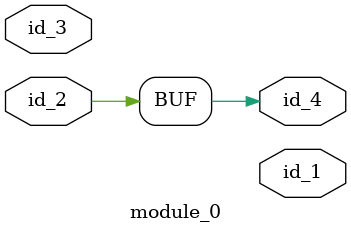
<source format=v>
`define pp_4 0
module module_0 (
    id_1,
    id_2,
    id_3,
    id_4
);
  output id_4;
  input id_3;
  inout id_2;
  output id_1;
  assign id_4 = id_2;
endmodule

</source>
